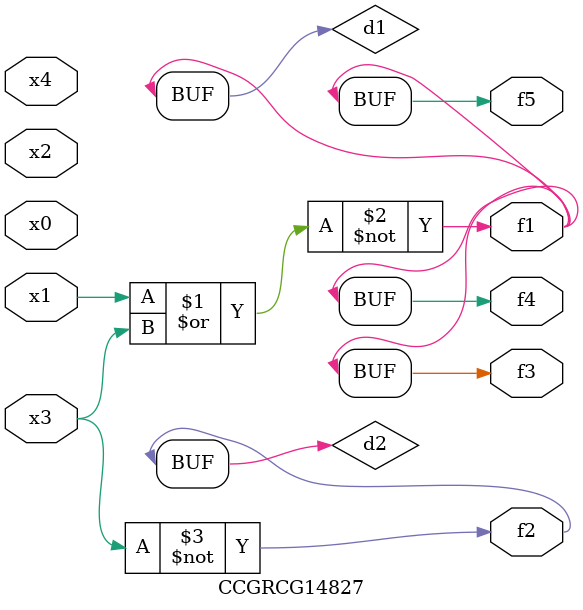
<source format=v>
module CCGRCG14827(
	input x0, x1, x2, x3, x4,
	output f1, f2, f3, f4, f5
);

	wire d1, d2;

	nor (d1, x1, x3);
	not (d2, x3);
	assign f1 = d1;
	assign f2 = d2;
	assign f3 = d1;
	assign f4 = d1;
	assign f5 = d1;
endmodule

</source>
